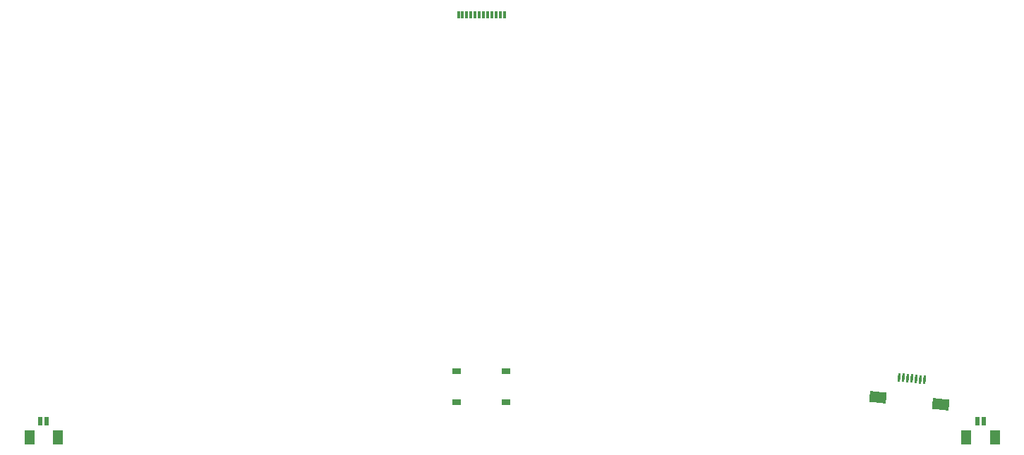
<source format=gbr>
%TF.GenerationSoftware,KiCad,Pcbnew,9.0.3*%
%TF.CreationDate,2025-07-21T15:48:26-07:00*%
%TF.ProjectId,UGC_Main_S1,5547435f-4d61-4696-9e5f-53312e6b6963,rev?*%
%TF.SameCoordinates,Original*%
%TF.FileFunction,Paste,Bot*%
%TF.FilePolarity,Positive*%
%FSLAX46Y46*%
G04 Gerber Fmt 4.6, Leading zero omitted, Abs format (unit mm)*
G04 Created by KiCad (PCBNEW 9.0.3) date 2025-07-21 15:48:26*
%MOMM*%
%LPD*%
G01*
G04 APERTURE LIST*
G04 Aperture macros list*
%AMRotRect*
0 Rectangle, with rotation*
0 The origin of the aperture is its center*
0 $1 length*
0 $2 width*
0 $3 Rotation angle, in degrees counterclockwise*
0 Add horizontal line*
21,1,$1,$2,0,0,$3*%
G04 Aperture macros list end*
%ADD10RotRect,0.300000X1.000000X174.000000*%
%ADD11RotRect,2.000000X1.300000X174.000000*%
%ADD12R,0.300000X0.900000*%
%ADD13R,1.000000X0.750000*%
%ADD14R,0.500000X1.000000*%
%ADD15R,1.200000X1.700000*%
G04 APERTURE END LIST*
D10*
%TO.C,J3*%
X271613966Y-134628785D03*
X271116706Y-134576521D03*
X270619443Y-134524256D03*
X270122183Y-134471992D03*
X269624923Y-134419728D03*
X269127660Y-134367464D03*
X268630400Y-134315200D03*
D11*
X273619136Y-137554408D03*
X266060776Y-136759993D03*
%TD*%
D12*
%TO.C,J11*%
X215733657Y-90731200D03*
X216233657Y-90731200D03*
X216733657Y-90731200D03*
X217233657Y-90731200D03*
X217733657Y-90731200D03*
X218233657Y-90731200D03*
X218733657Y-90731200D03*
X219233657Y-90731200D03*
X219733657Y-90731200D03*
X220233657Y-90731200D03*
X220733657Y-90731200D03*
X221233657Y-90731200D03*
%TD*%
D13*
%TO.C,SW14*%
X221483657Y-133609400D03*
X215483657Y-133609400D03*
X221483657Y-137359400D03*
X215483657Y-137359400D03*
%TD*%
D14*
%TO.C,J10*%
X166363600Y-139564800D03*
X165563600Y-139564800D03*
D15*
X167663600Y-141514800D03*
X164263600Y-141514800D03*
%TD*%
D14*
%TO.C,J1*%
X278784000Y-139564800D03*
X277984000Y-139564800D03*
D15*
X280084000Y-141514800D03*
X276684000Y-141514800D03*
%TD*%
M02*

</source>
